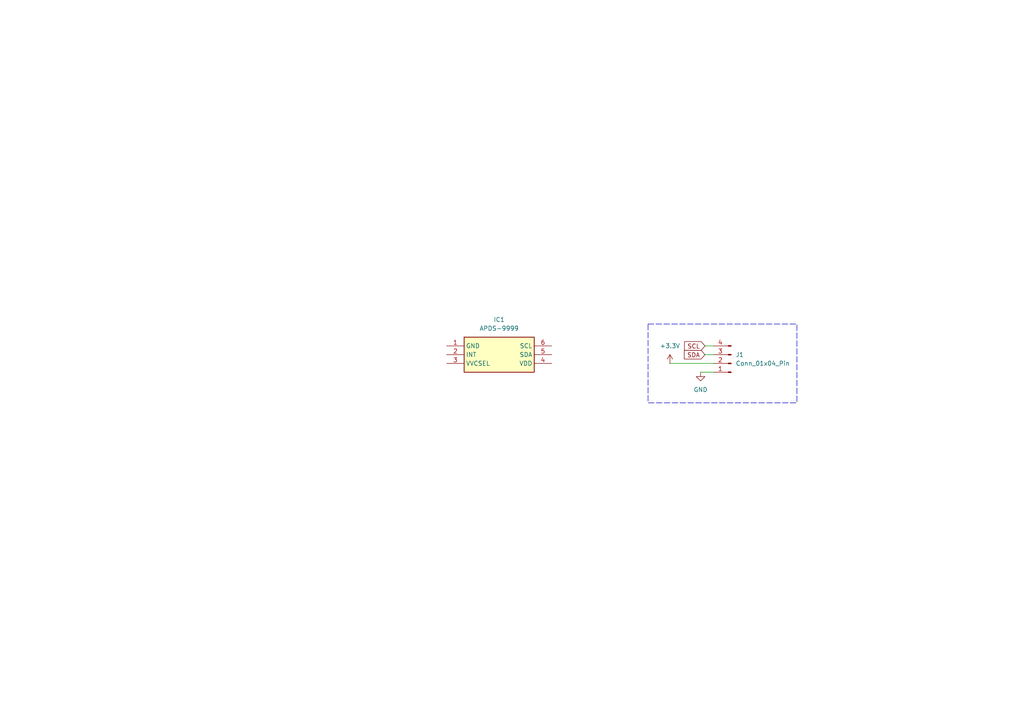
<source format=kicad_sch>
(kicad_sch (version 20231120) (generator "eeschema") (generator_version "8.0")
  (paper "A4")
  (lib_symbols
    (symbol "APDS-9999:APDS-9999"
      (property "Reference" "IC" (at 26.67 7.62 0))
      (property "Value" "APDS-9999" (at 26.67 5.08 0))
      (symbol "APDS-9999_1_1"
        (rectangle (start 5.08 2.54) (end 25.4 -7.62) (stroke (width 0.254)) (fill (type background)))
        (pin power_in line (at 0 0 0) (length 5.08) (name "GND") (number "1"))
        (pin output line (at 0 -2.54 0) (length 5.08) (name "INT") (number "2"))
        (pin power_in line (at 0 -5.08 0) (length 5.08) (name "VVCSEL") (number "3"))
        (pin power_in line (at 30.48 -5.08 180) (length 5.08) (name "VDD") (number "4"))
        (pin bidirectional line (at 30.48 -2.54 180) (length 5.08) (name "SDA") (number "5"))
        (pin input line (at 30.48 0 180) (length 5.08) (name "SCL") (number "6"))
      )
    )
    (symbol "Connector:Conn_01x04_Pin" (pin_names (offset 1.016) hide)
      (property "Reference" "J" (at 0 5.08 0))
      (property "Value" "Conn_01x04_Pin" (at 0 -7.62 0))
      (symbol "Conn_01x04_Pin_1_1"
        (polyline (pts (xy 1.27 -5.08) (xy 0.8636 -5.08)) (stroke (width 0.1524)))
        (polyline (pts (xy 1.27 -2.54) (xy 0.8636 -2.54)) (stroke (width 0.1524)))
        (polyline (pts (xy 1.27 0) (xy 0.8636 0)) (stroke (width 0.1524)))
        (polyline (pts (xy 1.27 2.54) (xy 0.8636 2.54)) (stroke (width 0.1524)))
        (rectangle (start 0.8636 -4.953) (end 0 -5.207) (stroke (width 0.1524)) (fill (type outline)))
        (rectangle (start 0.8636 -2.413) (end 0 -2.667) (stroke (width 0.1524)) (fill (type outline)))
        (rectangle (start 0.8636 0.127) (end 0 -0.127) (stroke (width 0.1524)) (fill (type outline)))
        (rectangle (start 0.8636 2.667) (end 0 2.413) (stroke (width 0.1524)) (fill (type outline)))
        (pin passive line (at 5.08 2.54 180) (length 3.81) (name "Pin_1") (number "1"))
        (pin passive line (at 5.08 0 180) (length 3.81) (name "Pin_2") (number "2"))
        (pin passive line (at 5.08 -2.54 180) (length 3.81) (name "Pin_3") (number "3"))
        (pin passive line (at 5.08 -5.08 180) (length 3.81) (name "Pin_4") (number "4"))
      )
    )
    (symbol "power:+3.3V" (power) (pin_numbers hide) (pin_names (offset 0) hide)
      (property "Value" "+3.3V" (at 0 3.556 0))
      (symbol "+3.3V_0_1"
        (polyline (pts (xy -0.762 1.27) (xy 0 2.54)))
        (polyline (pts (xy 0 0) (xy 0 2.54)))
        (polyline (pts (xy 0 2.54) (xy 0.762 1.27)))
      )
      (symbol "+3.3V_1_1"
        (pin power_in line (at 0 0 90) (length 0) (name "~") (number "1"))
      )
    )
    (symbol "power:GND" (power) (pin_numbers hide) (pin_names (offset 0) hide)
      (property "Value" "GND" (at 0 -3.81 0))
      (symbol "GND_0_1"
        (polyline (pts (xy 0 0) (xy 0 -1.27) (xy 1.27 -1.27) (xy 0 -2.54) (xy -1.27 -1.27) (xy 0 -1.27)))
      )
      (symbol "GND_1_1"
        (pin power_in line (at 0 0 270) (length 0) (name "~") (number "1"))
      )
    )
  )
  (wire (pts (xy 204.47 100.33) (xy 207.01 100.33)))
  (wire (pts (xy 204.47 102.87) (xy 207.01 102.87)))
  (wire (pts (xy 194.31 105.41) (xy 207.01 105.41)))
  (wire (pts (xy 203.2 107.95) (xy 207.01 107.95)))
  (rectangle (start 187.96 93.98) (end 231.14 116.84) (stroke (width 0) (type dash)))
  (global_label "SCL" (shape input) (at 204.47 100.33 180) (property "Intersheetrefs" "${INTERSHEET_REFS}" (effects (hide yes))))
  (global_label "SDA" (shape input) (at 204.47 102.87 180) (property "Intersheetrefs" "${INTERSHEET_REFS}" (effects (hide yes))))
  (symbol (lib_id "APDS-9999:APDS-9999") (at 129.54 100.33 0) (unit 1)
    (property "Reference" "IC1" (at 144.78 92.71 0))
    (property "Value" "APDS-9999" (at 144.78 95.25 0))
    (property "Footprint" "SON65P200X200X75-6N-D" (effects (hide yes)))
    (property "Datasheet" "https://docs.broadcom.com/doc/APDS-9999-DS" (effects (hide yes)))
    (property "Description" "Ambient Light Sensors Integrated Digital RGB+PS" (effects (hide yes)))
    (property "Height" "0.75" (effects (hide yes)))
    (property "Manufacturer_Name" "Avago Technologies" (effects (hide yes)))
    (property "Manufacturer_Part_Number" "APDS-9999" (effects (hide yes)))
  )
  (symbol (lib_id "power:GND") (at 203.2 107.95 0) (unit 1)
    (property "Reference" "#PWR01" (effects (hide yes)))
    (property "Value" "GND" (at 203.2 113.03 0))
    (property "Description" "Power symbol creates a global label with name \"GND\" , ground" (effects (hide yes)))
  )
  (symbol (lib_id "power:+3.3V") (at 194.31 105.41 0) (unit 1)
    (property "Reference" "#PWR02" (effects (hide yes)))
    (property "Value" "+3.3V" (at 194.31 100.33 0))
    (property "Description" "Power symbol creates a global label with name \"+3.3V\"" (effects (hide yes)))
  )
  (symbol (lib_id "Connector:Conn_01x04_Pin") (at 212.09 105.41 180) (unit 1)
    (property "Reference" "J1" (at 213.36 102.8699 0) (effects (justify right)))
    (property "Value" "Conn_01x04_Pin" (at 213.36 105.4099 0) (effects (justify right)))
    (property "Description" "Generic connector, single row, 01x04, script generated" (effects (hide yes)))
  )
)
</source>
